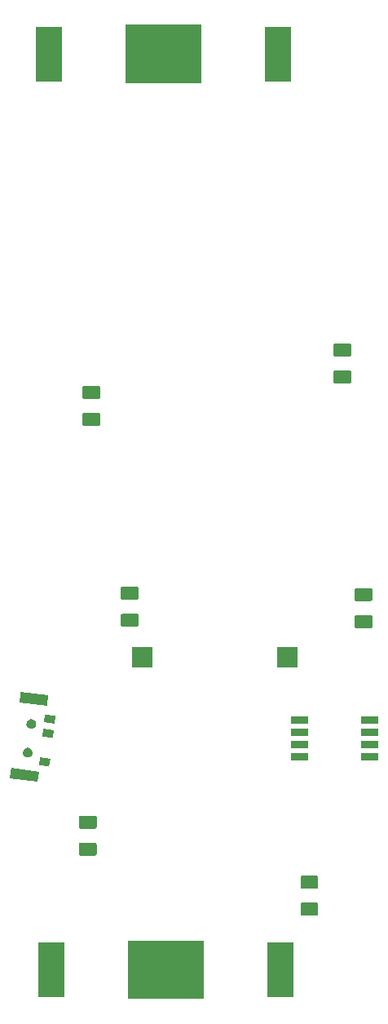
<source format=gbr>
G04 #@! TF.GenerationSoftware,KiCad,Pcbnew,(5.1.0-0)*
G04 #@! TF.CreationDate,2019-11-19T19:36:27-07:00*
G04 #@! TF.ProjectId,XMas-V3,584d6173-2d56-4332-9e6b-696361645f70,rev?*
G04 #@! TF.SameCoordinates,Original*
G04 #@! TF.FileFunction,Soldermask,Bot*
G04 #@! TF.FilePolarity,Negative*
%FSLAX46Y46*%
G04 Gerber Fmt 4.6, Leading zero omitted, Abs format (unit mm)*
G04 Created by KiCad (PCBNEW (5.1.0-0)) date 2019-11-19 19:36:27*
%MOMM*%
%LPD*%
G04 APERTURE LIST*
%ADD10C,0.150000*%
G04 APERTURE END LIST*
D10*
G36*
X-636000Y-51434000D02*
G01*
X-8538000Y-51434000D01*
X-8538000Y-45372000D01*
X-636000Y-45372000D01*
X-636000Y-51434000D01*
X-636000Y-51434000D01*
G37*
G36*
X8669000Y-51234000D02*
G01*
X5967000Y-51234000D01*
X5967000Y-45572000D01*
X8669000Y-45572000D01*
X8669000Y-51234000D01*
X8669000Y-51234000D01*
G37*
G36*
X-15141000Y-51234000D02*
G01*
X-17843000Y-51234000D01*
X-17843000Y-45572000D01*
X-15141000Y-45572000D01*
X-15141000Y-51234000D01*
X-15141000Y-51234000D01*
G37*
G36*
X11100604Y-41450347D02*
G01*
X11137144Y-41461432D01*
X11170821Y-41479433D01*
X11200341Y-41503659D01*
X11224567Y-41533179D01*
X11242568Y-41566856D01*
X11253653Y-41603396D01*
X11258000Y-41647538D01*
X11258000Y-42596462D01*
X11253653Y-42640604D01*
X11242568Y-42677144D01*
X11224567Y-42710821D01*
X11200341Y-42740341D01*
X11170821Y-42764567D01*
X11137144Y-42782568D01*
X11100604Y-42793653D01*
X11056462Y-42798000D01*
X9607538Y-42798000D01*
X9563396Y-42793653D01*
X9526856Y-42782568D01*
X9493179Y-42764567D01*
X9463659Y-42740341D01*
X9439433Y-42710821D01*
X9421432Y-42677144D01*
X9410347Y-42640604D01*
X9406000Y-42596462D01*
X9406000Y-41647538D01*
X9410347Y-41603396D01*
X9421432Y-41566856D01*
X9439433Y-41533179D01*
X9463659Y-41503659D01*
X9493179Y-41479433D01*
X9526856Y-41461432D01*
X9563396Y-41450347D01*
X9607538Y-41446000D01*
X11056462Y-41446000D01*
X11100604Y-41450347D01*
X11100604Y-41450347D01*
G37*
G36*
X11100604Y-38650347D02*
G01*
X11137144Y-38661432D01*
X11170821Y-38679433D01*
X11200341Y-38703659D01*
X11224567Y-38733179D01*
X11242568Y-38766856D01*
X11253653Y-38803396D01*
X11258000Y-38847538D01*
X11258000Y-39796462D01*
X11253653Y-39840604D01*
X11242568Y-39877144D01*
X11224567Y-39910821D01*
X11200341Y-39940341D01*
X11170821Y-39964567D01*
X11137144Y-39982568D01*
X11100604Y-39993653D01*
X11056462Y-39998000D01*
X9607538Y-39998000D01*
X9563396Y-39993653D01*
X9526856Y-39982568D01*
X9493179Y-39964567D01*
X9463659Y-39940341D01*
X9439433Y-39910821D01*
X9421432Y-39877144D01*
X9410347Y-39840604D01*
X9406000Y-39796462D01*
X9406000Y-38847538D01*
X9410347Y-38803396D01*
X9421432Y-38766856D01*
X9439433Y-38733179D01*
X9463659Y-38703659D01*
X9493179Y-38679433D01*
X9526856Y-38661432D01*
X9563396Y-38650347D01*
X9607538Y-38646000D01*
X11056462Y-38646000D01*
X11100604Y-38650347D01*
X11100604Y-38650347D01*
G37*
G36*
X-11912396Y-35222347D02*
G01*
X-11875856Y-35233432D01*
X-11842179Y-35251433D01*
X-11812659Y-35275659D01*
X-11788433Y-35305179D01*
X-11770432Y-35338856D01*
X-11759347Y-35375396D01*
X-11755000Y-35419538D01*
X-11755000Y-36368462D01*
X-11759347Y-36412604D01*
X-11770432Y-36449144D01*
X-11788433Y-36482821D01*
X-11812659Y-36512341D01*
X-11842179Y-36536567D01*
X-11875856Y-36554568D01*
X-11912396Y-36565653D01*
X-11956538Y-36570000D01*
X-13405462Y-36570000D01*
X-13449604Y-36565653D01*
X-13486144Y-36554568D01*
X-13519821Y-36536567D01*
X-13549341Y-36512341D01*
X-13573567Y-36482821D01*
X-13591568Y-36449144D01*
X-13602653Y-36412604D01*
X-13607000Y-36368462D01*
X-13607000Y-35419538D01*
X-13602653Y-35375396D01*
X-13591568Y-35338856D01*
X-13573567Y-35305179D01*
X-13549341Y-35275659D01*
X-13519821Y-35251433D01*
X-13486144Y-35233432D01*
X-13449604Y-35222347D01*
X-13405462Y-35218000D01*
X-11956538Y-35218000D01*
X-11912396Y-35222347D01*
X-11912396Y-35222347D01*
G37*
G36*
X-11912396Y-32422347D02*
G01*
X-11875856Y-32433432D01*
X-11842179Y-32451433D01*
X-11812659Y-32475659D01*
X-11788433Y-32505179D01*
X-11770432Y-32538856D01*
X-11759347Y-32575396D01*
X-11755000Y-32619538D01*
X-11755000Y-33568462D01*
X-11759347Y-33612604D01*
X-11770432Y-33649144D01*
X-11788433Y-33682821D01*
X-11812659Y-33712341D01*
X-11842179Y-33736567D01*
X-11875856Y-33754568D01*
X-11912396Y-33765653D01*
X-11956538Y-33770000D01*
X-13405462Y-33770000D01*
X-13449604Y-33765653D01*
X-13486144Y-33754568D01*
X-13519821Y-33736567D01*
X-13549341Y-33712341D01*
X-13573567Y-33682821D01*
X-13591568Y-33649144D01*
X-13602653Y-33612604D01*
X-13607000Y-33568462D01*
X-13607000Y-32619538D01*
X-13602653Y-32575396D01*
X-13591568Y-32538856D01*
X-13573567Y-32505179D01*
X-13549341Y-32475659D01*
X-13519821Y-32451433D01*
X-13486144Y-32433432D01*
X-13449604Y-32422347D01*
X-13405462Y-32418000D01*
X-11956538Y-32418000D01*
X-11912396Y-32422347D01*
X-11912396Y-32422347D01*
G37*
G36*
X-17750928Y-27837999D02*
G01*
X-17750928Y-27838000D01*
X-17885228Y-28931785D01*
X-20765596Y-28578121D01*
X-20674720Y-27837999D01*
X-20631296Y-27484335D01*
X-17750928Y-27837999D01*
X-17750928Y-27837999D01*
G37*
G36*
X-16581670Y-26520677D02*
G01*
X-16679410Y-27316699D01*
X-17773196Y-27182399D01*
X-17675456Y-26386377D01*
X-16581670Y-26520677D01*
X-16581670Y-26520677D01*
G37*
G36*
X10186000Y-26653000D02*
G01*
X8384000Y-26653000D01*
X8384000Y-25901000D01*
X10186000Y-25901000D01*
X10186000Y-26653000D01*
X10186000Y-26653000D01*
G37*
G36*
X17486000Y-26653000D02*
G01*
X15684000Y-26653000D01*
X15684000Y-25901000D01*
X17486000Y-25901000D01*
X17486000Y-26653000D01*
X17486000Y-26653000D01*
G37*
G36*
X-18824501Y-25390296D02*
G01*
X-18776105Y-25399923D01*
X-18738339Y-25415566D01*
X-18684930Y-25437689D01*
X-18684929Y-25437690D01*
X-18602872Y-25492518D01*
X-18533089Y-25562301D01*
X-18533088Y-25562303D01*
X-18478260Y-25644359D01*
X-18440494Y-25735535D01*
X-18421241Y-25832325D01*
X-18421241Y-25931015D01*
X-18440494Y-26027805D01*
X-18478260Y-26118981D01*
X-18478261Y-26118982D01*
X-18533089Y-26201039D01*
X-18602872Y-26270822D01*
X-18644179Y-26298422D01*
X-18684930Y-26325651D01*
X-18738339Y-26347774D01*
X-18776105Y-26363417D01*
X-18824501Y-26373044D01*
X-18872896Y-26382670D01*
X-18971586Y-26382670D01*
X-19019981Y-26373044D01*
X-19068377Y-26363417D01*
X-19106143Y-26347774D01*
X-19159552Y-26325651D01*
X-19200303Y-26298422D01*
X-19241610Y-26270822D01*
X-19311393Y-26201039D01*
X-19366221Y-26118982D01*
X-19366222Y-26118981D01*
X-19403988Y-26027805D01*
X-19423241Y-25931015D01*
X-19423241Y-25832325D01*
X-19403988Y-25735535D01*
X-19366222Y-25644359D01*
X-19311394Y-25562303D01*
X-19311393Y-25562301D01*
X-19241610Y-25492518D01*
X-19159553Y-25437690D01*
X-19159552Y-25437689D01*
X-19106143Y-25415566D01*
X-19068377Y-25399923D01*
X-19019981Y-25390296D01*
X-18971586Y-25380670D01*
X-18872896Y-25380670D01*
X-18824501Y-25390296D01*
X-18824501Y-25390296D01*
G37*
G36*
X17486000Y-25383000D02*
G01*
X15684000Y-25383000D01*
X15684000Y-24631000D01*
X17486000Y-24631000D01*
X17486000Y-25383000D01*
X17486000Y-25383000D01*
G37*
G36*
X10186000Y-25383000D02*
G01*
X8384000Y-25383000D01*
X8384000Y-24631000D01*
X10186000Y-24631000D01*
X10186000Y-25383000D01*
X10186000Y-25383000D01*
G37*
G36*
X-16216062Y-23543039D02*
G01*
X-16313802Y-24339061D01*
X-17407588Y-24204761D01*
X-17309848Y-23408739D01*
X-16216062Y-23543039D01*
X-16216062Y-23543039D01*
G37*
G36*
X17486000Y-24113000D02*
G01*
X15684000Y-24113000D01*
X15684000Y-23361000D01*
X17486000Y-23361000D01*
X17486000Y-24113000D01*
X17486000Y-24113000D01*
G37*
G36*
X10186000Y-24113000D02*
G01*
X8384000Y-24113000D01*
X8384000Y-23361000D01*
X10186000Y-23361000D01*
X10186000Y-24113000D01*
X10186000Y-24113000D01*
G37*
G36*
X-18458893Y-22412659D02*
G01*
X-18410497Y-22422285D01*
X-18372731Y-22437928D01*
X-18319322Y-22460051D01*
X-18319321Y-22460052D01*
X-18237264Y-22514880D01*
X-18167481Y-22584663D01*
X-18167480Y-22584665D01*
X-18112652Y-22666721D01*
X-18074886Y-22757897D01*
X-18055633Y-22854687D01*
X-18055633Y-22953377D01*
X-18074886Y-23050167D01*
X-18112652Y-23141343D01*
X-18112653Y-23141344D01*
X-18167481Y-23223401D01*
X-18237264Y-23293184D01*
X-18278571Y-23320784D01*
X-18319322Y-23348013D01*
X-18350676Y-23361000D01*
X-18410497Y-23385779D01*
X-18458893Y-23395405D01*
X-18507288Y-23405032D01*
X-18605978Y-23405032D01*
X-18654373Y-23395406D01*
X-18702769Y-23385779D01*
X-18762590Y-23361000D01*
X-18793944Y-23348013D01*
X-18834695Y-23320784D01*
X-18876002Y-23293184D01*
X-18945785Y-23223401D01*
X-19000613Y-23141344D01*
X-19000614Y-23141343D01*
X-19038380Y-23050167D01*
X-19057633Y-22953377D01*
X-19057633Y-22854687D01*
X-19038380Y-22757897D01*
X-19000614Y-22666721D01*
X-18945786Y-22584665D01*
X-18945785Y-22584663D01*
X-18876002Y-22514880D01*
X-18793945Y-22460052D01*
X-18793944Y-22460051D01*
X-18740535Y-22437928D01*
X-18702769Y-22422285D01*
X-18654373Y-22412659D01*
X-18605978Y-22403032D01*
X-18507288Y-22403032D01*
X-18458893Y-22412659D01*
X-18458893Y-22412659D01*
G37*
G36*
X-16033258Y-22054219D02*
G01*
X-16130998Y-22850241D01*
X-17224784Y-22715941D01*
X-17127044Y-21919919D01*
X-16033258Y-22054219D01*
X-16033258Y-22054219D01*
G37*
G36*
X10186000Y-22843000D02*
G01*
X8384000Y-22843000D01*
X8384000Y-22091000D01*
X10186000Y-22091000D01*
X10186000Y-22843000D01*
X10186000Y-22843000D01*
G37*
G36*
X17486000Y-22843000D02*
G01*
X15684000Y-22843000D01*
X15684000Y-22091000D01*
X17486000Y-22091000D01*
X17486000Y-22843000D01*
X17486000Y-22843000D01*
G37*
G36*
X-16782066Y-19947257D02*
G01*
X-16782066Y-19947258D01*
X-16916366Y-21041043D01*
X-19796734Y-20687379D01*
X-19705858Y-19947257D01*
X-19662434Y-19593593D01*
X-16782066Y-19947257D01*
X-16782066Y-19947257D01*
G37*
G36*
X-5998000Y-17026000D02*
G01*
X-8100000Y-17026000D01*
X-8100000Y-14924000D01*
X-5998000Y-14924000D01*
X-5998000Y-17026000D01*
X-5998000Y-17026000D01*
G37*
G36*
X9122000Y-17026000D02*
G01*
X7020000Y-17026000D01*
X7020000Y-14924000D01*
X9122000Y-14924000D01*
X9122000Y-17026000D01*
X9122000Y-17026000D01*
G37*
G36*
X16715604Y-11603347D02*
G01*
X16752144Y-11614432D01*
X16785821Y-11632433D01*
X16815341Y-11656659D01*
X16839567Y-11686179D01*
X16857568Y-11719856D01*
X16868653Y-11756396D01*
X16873000Y-11800538D01*
X16873000Y-12749462D01*
X16868653Y-12793604D01*
X16857568Y-12830144D01*
X16839567Y-12863821D01*
X16815341Y-12893341D01*
X16785821Y-12917567D01*
X16752144Y-12935568D01*
X16715604Y-12946653D01*
X16671462Y-12951000D01*
X15222538Y-12951000D01*
X15178396Y-12946653D01*
X15141856Y-12935568D01*
X15108179Y-12917567D01*
X15078659Y-12893341D01*
X15054433Y-12863821D01*
X15036432Y-12830144D01*
X15025347Y-12793604D01*
X15021000Y-12749462D01*
X15021000Y-11800538D01*
X15025347Y-11756396D01*
X15036432Y-11719856D01*
X15054433Y-11686179D01*
X15078659Y-11656659D01*
X15108179Y-11632433D01*
X15141856Y-11614432D01*
X15178396Y-11603347D01*
X15222538Y-11599000D01*
X16671462Y-11599000D01*
X16715604Y-11603347D01*
X16715604Y-11603347D01*
G37*
G36*
X-7568396Y-11471347D02*
G01*
X-7531856Y-11482432D01*
X-7498179Y-11500433D01*
X-7468659Y-11524659D01*
X-7444433Y-11554179D01*
X-7426432Y-11587856D01*
X-7415347Y-11624396D01*
X-7411000Y-11668538D01*
X-7411000Y-12617462D01*
X-7415347Y-12661604D01*
X-7426432Y-12698144D01*
X-7444433Y-12731821D01*
X-7468659Y-12761341D01*
X-7498179Y-12785567D01*
X-7531856Y-12803568D01*
X-7568396Y-12814653D01*
X-7612538Y-12819000D01*
X-9061462Y-12819000D01*
X-9105604Y-12814653D01*
X-9142144Y-12803568D01*
X-9175821Y-12785567D01*
X-9205341Y-12761341D01*
X-9229567Y-12731821D01*
X-9247568Y-12698144D01*
X-9258653Y-12661604D01*
X-9263000Y-12617462D01*
X-9263000Y-11668538D01*
X-9258653Y-11624396D01*
X-9247568Y-11587856D01*
X-9229567Y-11554179D01*
X-9205341Y-11524659D01*
X-9175821Y-11500433D01*
X-9142144Y-11482432D01*
X-9105604Y-11471347D01*
X-9061462Y-11467000D01*
X-7612538Y-11467000D01*
X-7568396Y-11471347D01*
X-7568396Y-11471347D01*
G37*
G36*
X16715604Y-8803347D02*
G01*
X16752144Y-8814432D01*
X16785821Y-8832433D01*
X16815341Y-8856659D01*
X16839567Y-8886179D01*
X16857568Y-8919856D01*
X16868653Y-8956396D01*
X16873000Y-9000538D01*
X16873000Y-9949462D01*
X16868653Y-9993604D01*
X16857568Y-10030144D01*
X16839567Y-10063821D01*
X16815341Y-10093341D01*
X16785821Y-10117567D01*
X16752144Y-10135568D01*
X16715604Y-10146653D01*
X16671462Y-10151000D01*
X15222538Y-10151000D01*
X15178396Y-10146653D01*
X15141856Y-10135568D01*
X15108179Y-10117567D01*
X15078659Y-10093341D01*
X15054433Y-10063821D01*
X15036432Y-10030144D01*
X15025347Y-9993604D01*
X15021000Y-9949462D01*
X15021000Y-9000538D01*
X15025347Y-8956396D01*
X15036432Y-8919856D01*
X15054433Y-8886179D01*
X15078659Y-8856659D01*
X15108179Y-8832433D01*
X15141856Y-8814432D01*
X15178396Y-8803347D01*
X15222538Y-8799000D01*
X16671462Y-8799000D01*
X16715604Y-8803347D01*
X16715604Y-8803347D01*
G37*
G36*
X-7568396Y-8671347D02*
G01*
X-7531856Y-8682432D01*
X-7498179Y-8700433D01*
X-7468659Y-8724659D01*
X-7444433Y-8754179D01*
X-7426432Y-8787856D01*
X-7415347Y-8824396D01*
X-7411000Y-8868538D01*
X-7411000Y-9817462D01*
X-7415347Y-9861604D01*
X-7426432Y-9898144D01*
X-7444433Y-9931821D01*
X-7468659Y-9961341D01*
X-7498179Y-9985567D01*
X-7531856Y-10003568D01*
X-7568396Y-10014653D01*
X-7612538Y-10019000D01*
X-9061462Y-10019000D01*
X-9105604Y-10014653D01*
X-9142144Y-10003568D01*
X-9175821Y-9985567D01*
X-9205341Y-9961341D01*
X-9229567Y-9931821D01*
X-9247568Y-9898144D01*
X-9258653Y-9861604D01*
X-9263000Y-9817462D01*
X-9263000Y-8868538D01*
X-9258653Y-8824396D01*
X-9247568Y-8787856D01*
X-9229567Y-8754179D01*
X-9205341Y-8724659D01*
X-9175821Y-8700433D01*
X-9142144Y-8682432D01*
X-9105604Y-8671347D01*
X-9061462Y-8667000D01*
X-7612538Y-8667000D01*
X-7568396Y-8671347D01*
X-7568396Y-8671347D01*
G37*
G36*
X-11541396Y9386653D02*
G01*
X-11504856Y9375568D01*
X-11471179Y9357567D01*
X-11441659Y9333341D01*
X-11417433Y9303821D01*
X-11399432Y9270144D01*
X-11388347Y9233604D01*
X-11384000Y9189462D01*
X-11384000Y8240538D01*
X-11388347Y8196396D01*
X-11399432Y8159856D01*
X-11417433Y8126179D01*
X-11441659Y8096659D01*
X-11471179Y8072433D01*
X-11504856Y8054432D01*
X-11541396Y8043347D01*
X-11585538Y8039000D01*
X-13034462Y8039000D01*
X-13078604Y8043347D01*
X-13115144Y8054432D01*
X-13148821Y8072433D01*
X-13178341Y8096659D01*
X-13202567Y8126179D01*
X-13220568Y8159856D01*
X-13231653Y8196396D01*
X-13236000Y8240538D01*
X-13236000Y9189462D01*
X-13231653Y9233604D01*
X-13220568Y9270144D01*
X-13202567Y9303821D01*
X-13178341Y9333341D01*
X-13148821Y9357567D01*
X-13115144Y9375568D01*
X-13078604Y9386653D01*
X-13034462Y9391000D01*
X-11585538Y9391000D01*
X-11541396Y9386653D01*
X-11541396Y9386653D01*
G37*
G36*
X-11541396Y12186653D02*
G01*
X-11504856Y12175568D01*
X-11471179Y12157567D01*
X-11441659Y12133341D01*
X-11417433Y12103821D01*
X-11399432Y12070144D01*
X-11388347Y12033604D01*
X-11384000Y11989462D01*
X-11384000Y11040538D01*
X-11388347Y10996396D01*
X-11399432Y10959856D01*
X-11417433Y10926179D01*
X-11441659Y10896659D01*
X-11471179Y10872433D01*
X-11504856Y10854432D01*
X-11541396Y10843347D01*
X-11585538Y10839000D01*
X-13034462Y10839000D01*
X-13078604Y10843347D01*
X-13115144Y10854432D01*
X-13148821Y10872433D01*
X-13178341Y10896659D01*
X-13202567Y10926179D01*
X-13220568Y10959856D01*
X-13231653Y10996396D01*
X-13236000Y11040538D01*
X-13236000Y11989462D01*
X-13231653Y12033604D01*
X-13220568Y12070144D01*
X-13202567Y12103821D01*
X-13178341Y12133341D01*
X-13148821Y12157567D01*
X-13115144Y12175568D01*
X-13078604Y12186653D01*
X-13034462Y12191000D01*
X-11585538Y12191000D01*
X-11541396Y12186653D01*
X-11541396Y12186653D01*
G37*
G36*
X14545604Y13780653D02*
G01*
X14582144Y13769568D01*
X14615821Y13751567D01*
X14645341Y13727341D01*
X14669567Y13697821D01*
X14687568Y13664144D01*
X14698653Y13627604D01*
X14703000Y13583462D01*
X14703000Y12634538D01*
X14698653Y12590396D01*
X14687568Y12553856D01*
X14669567Y12520179D01*
X14645341Y12490659D01*
X14615821Y12466433D01*
X14582144Y12448432D01*
X14545604Y12437347D01*
X14501462Y12433000D01*
X13052538Y12433000D01*
X13008396Y12437347D01*
X12971856Y12448432D01*
X12938179Y12466433D01*
X12908659Y12490659D01*
X12884433Y12520179D01*
X12866432Y12553856D01*
X12855347Y12590396D01*
X12851000Y12634538D01*
X12851000Y13583462D01*
X12855347Y13627604D01*
X12866432Y13664144D01*
X12884433Y13697821D01*
X12908659Y13727341D01*
X12938179Y13751567D01*
X12971856Y13769568D01*
X13008396Y13780653D01*
X13052538Y13785000D01*
X14501462Y13785000D01*
X14545604Y13780653D01*
X14545604Y13780653D01*
G37*
G36*
X14545604Y16580653D02*
G01*
X14582144Y16569568D01*
X14615821Y16551567D01*
X14645341Y16527341D01*
X14669567Y16497821D01*
X14687568Y16464144D01*
X14698653Y16427604D01*
X14703000Y16383462D01*
X14703000Y15434538D01*
X14698653Y15390396D01*
X14687568Y15353856D01*
X14669567Y15320179D01*
X14645341Y15290659D01*
X14615821Y15266433D01*
X14582144Y15248432D01*
X14545604Y15237347D01*
X14501462Y15233000D01*
X13052538Y15233000D01*
X13008396Y15237347D01*
X12971856Y15248432D01*
X12938179Y15266433D01*
X12908659Y15290659D01*
X12884433Y15320179D01*
X12866432Y15353856D01*
X12855347Y15390396D01*
X12851000Y15434538D01*
X12851000Y16383462D01*
X12855347Y16427604D01*
X12866432Y16464144D01*
X12884433Y16497821D01*
X12908659Y16527341D01*
X12938179Y16551567D01*
X12971856Y16569568D01*
X13008396Y16580653D01*
X13052538Y16585000D01*
X14501462Y16585000D01*
X14545604Y16580653D01*
X14545604Y16580653D01*
G37*
G36*
X-857000Y43588000D02*
G01*
X-8759000Y43588000D01*
X-8759000Y49650000D01*
X-857000Y49650000D01*
X-857000Y43588000D01*
X-857000Y43588000D01*
G37*
G36*
X-15362000Y43788000D02*
G01*
X-18064000Y43788000D01*
X-18064000Y49450000D01*
X-15362000Y49450000D01*
X-15362000Y43788000D01*
X-15362000Y43788000D01*
G37*
G36*
X8448000Y43788000D02*
G01*
X5746000Y43788000D01*
X5746000Y49450000D01*
X8448000Y49450000D01*
X8448000Y43788000D01*
X8448000Y43788000D01*
G37*
M02*

</source>
